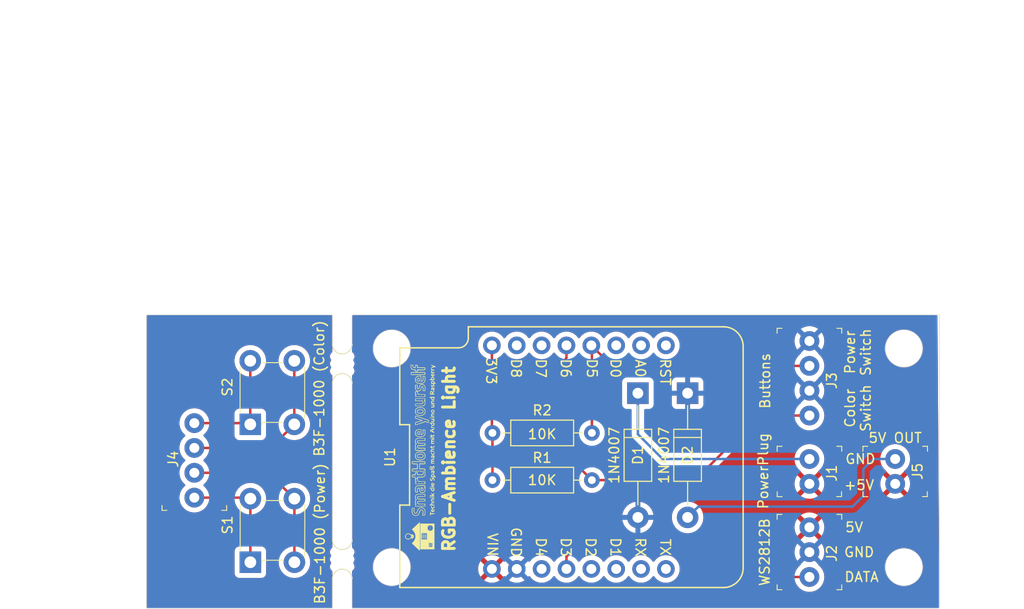
<source format=kicad_pcb>
(kicad_pcb (version 20241229) (generator "pcbnew") (generator_version "9.0")
  (layers (0 "F.Cu" signal) (2 "B.Cu" signal) (13 "F.Paste" user) (15 "B.Paste" user) (5 "F.SilkS" user "F.Silkscreen") (7 "B.SilkS" user "B.Silkscreen") (1 "F.Mask" user) (3 "B.Mask" user) (25 "Edge.Cuts" user))
  (net 0 "")
  (net 1 "GND")
  (net 2 "5V")
  (net 3 "LED-Data")
  (net 4 "BTN-Power")
  (net 5 "BTN-Color")
  (net 6 "3V3")
  (net 7 "Net-(U1-Pad7)")
  (net 8 "Net-(U1-Pad6)")
  (net 9 "Net-(U1-Pad11)")
  (net 10 "Net-(U1-Pad13)")
  (net 11 "Net-(U1-Pad3)")
  (net 12 "Net-(U1-Pad14)")
  (net 13 "Net-(U1-Pad2)")
  (net 14 "Net-(U1-Pad15)")
  (net 15 "Net-(U1-Pad1)")
  (net 16 "Net-(U1-Pad16)")
  (net 17 "Net-(J4-Pad1)")
  (net 18 "Net-(J4-Pad2)")
  (net 19 "Net-(J4-Pad3)")
  (net 20 "Net-(J4-Pad4)")
  (net 21 "Net-(D1-Pad1)")
  (net 22 "Net-(D2-Pad2)")
  (footprint "digikey-footprints:PinHeader_1x2_P2.54mm_Drill1.02mm" (layer "F.Cu") (at 157.734 94.742 -90)
    (property "Reference" "J1" (at 1.45 -2.286 90) (layer "F.SilkS"))
    (property "Value" "PowerPlug" (at 1.23 4.72 90) (layer "F.SilkS"))
    (pad "1" thru_hole circle (at 0 0 270) (size 2.02 2.02) (drill 1.02) (layers "*.Cu" "*.Mask") (net 21 "Net-(D1-Pad1)"))
    (pad "2" thru_hole circle (at 2.54 0 270) (size 2.02 2.02) (drill 1.02) (layers "*.Cu" "*.Mask") (net 2 "5V"))
  )
  (footprint "digikey-footprints:PinHeader_1x3_P2.54mm_Drill1.02mm" (layer "F.Cu") (at 157.734 106.807 90)
    (property "Reference" "J2" (at 2.413 2.286 90) (layer "F.SilkS"))
    (property "Value" "WS2812B" (at 2.54 -4.572 90) (layer "F.SilkS"))
    (pad "1" thru_hole circle (at 0 0 90) (size 2.02 2.02) (drill 1.02) (layers "*.Cu" "*.Mask") (net 3 "LED-Data"))
    (pad "2" thru_hole circle (at 2.54 0 90) (size 2.02 2.02) (drill 1.02) (layers "*.Cu" "*.Mask") (net 1 "GND"))
    (pad "3" thru_hole circle (at 5.08 0 90) (size 2.02 2.02) (drill 1.02) (layers "*.Cu" "*.Mask") (net 2 "5V"))
  )
  (footprint "digikey-footprints:PinHeader_1x4_P2.54mm_Drill1.02mm" (layer "F.Cu") (at 157.734 82.677 -90)
    (property "Reference" "J3" (at 4.064 -2.286 90) (layer "F.SilkS"))
    (property "Value" "Buttons" (at 4.08 4.52 90) (layer "F.SilkS"))
    (pad "1" thru_hole circle (at 0 0 270) (size 2.02 2.02) (drill 1.02) (layers "*.Cu" "*.Mask") (net 1 "GND"))
    (pad "2" thru_hole circle (at 2.54 0 270) (size 2.02 2.02) (drill 1.02) (layers "*.Cu" "*.Mask") (net 4 "BTN-Power"))
    (pad "3" thru_hole circle (at 5.08 0 270) (size 2.02 2.02) (drill 1.02) (layers "*.Cu" "*.Mask") (net 1 "GND"))
    (pad "4" thru_hole circle (at 7.62 0 270) (size 2.02 2.02) (drill 1.02) (layers "*.Cu" "*.Mask") (net 5 "BTN-Color"))
  )
  (footprint "Resistors_THT:R_Axial_DIN0207_L6.3mm_D2.5mm_P10.16mm_Horizontal" (layer "F.Cu") (at 135.509 96.901 180)
    (property "Reference" "R1" (at 5.08 2.286 0) (layer "F.SilkS"))
    (property "Value" "10K")
    (pad "1" thru_hole circle (at 0 0 180) (size 1.6 1.6) (drill 0.8) (layers "*.Cu" "*.Mask") (net 5 "BTN-Color"))
    (pad "2" thru_hole oval (at 10.16 0 180) (size 1.6 1.6) (drill 0.8) (layers "*.Cu" "*.Mask") (net 6 "3V3"))
  )
  (footprint "Resistors_THT:R_Axial_DIN0207_L6.3mm_D2.5mm_P10.16mm_Horizontal" (layer "F.Cu") (at 125.349 92.075)
    (property "Reference" "R2" (at 5.08 -2.31 0) (layer "F.SilkS"))
    (property "Value" "10K")
    (pad "1" thru_hole circle (at 0 0) (size 1.6 1.6) (drill 0.8) (layers "*.Cu" "*.Mask") (net 6 "3V3"))
    (pad "2" thru_hole oval (at 10.16 0) (size 1.6 1.6) (drill 0.8) (layers "*.Cu" "*.Mask") (net 4 "BTN-Power"))
  )
  (footprint "Diodes_THT:D_DO-41_SOD81_P12.70mm_Horizontal" (layer "F.Cu") (at 145.288 88.011 -90)
    (property "Reference" "D2" (at 6.35 0 90) (layer "F.SilkS"))
    (property "Value" "1N4007")
    (pad "1" thru_hole rect (at 0 0 270) (size 2.2 2.2) (drill 1.1) (layers "*.Cu" "*.Mask") (net 1 "GND"))
    (pad "2" thru_hole oval (at 12.7 0 270) (size 2.2 2.2) (drill 1.1) (layers "*.Cu" "*.Mask") (net 22 "Net-(D2-Pad2)"))
  )
  (footprint "digikey-footprints:PinHeader_1x2_P2.54mm_Drill1.02mm" (layer "F.Cu") (at 166.497 94.742 -90)
    (property "Reference" "J5" (at 1.27 -2.286 90) (layer "F.SilkS"))
    (property "Value" "PowerOut")
    (pad "1" thru_hole circle (at 0 0 270) (size 2.02 2.02) (drill 1.02) (layers "*.Cu" "*.Mask") (net 22 "Net-(D2-Pad2)"))
    (pad "2" thru_hole circle (at 2.54 0 270) (size 2.02 2.02) (drill 1.02) (layers "*.Cu" "*.Mask") (net 2 "5V"))
  )
  (footprint "Diodes_THT:D_DO-41_SOD81_P12.70mm_Horizontal" (layer "F.Cu") (at 140.208 88.011 -90)
    (property "Reference" "D1" (at 6.35 0 90) (layer "F.SilkS"))
    (property "Value" "1N4007")
    (pad "1" thru_hole rect (at 0 0 270) (size 2.2 2.2) (drill 1.1) (layers "*.Cu" "*.Mask") (net 21 "Net-(D1-Pad1)"))
    (pad "2" thru_hole oval (at 12.7 0 270) (size 2.2 2.2) (drill 1.1) (layers "*.Cu" "*.Mask") (net 1 "GND"))
  )
  (footprint "wemos-d1-mini:wemos-d1-mini-with-pin-header-and-connector" (layer "F.Cu") (at 134.182001 94.553025)
    (property "Reference" "U1" (at -19.3 0 90) (layer "F.SilkS"))
    (property "Value" "WeMos_D1_mini")
    (pad "1" thru_hole circle (at 8.89 -11.43) (size 1.8 1.8) (drill 1.016) (layers "*.Cu" "*.Mask") (net 15 "Net-(U1-Pad1)"))
    (pad "2" thru_hole circle (at 6.35 -11.43) (size 1.8 1.8) (drill 1.016) (layers "*.Cu" "*.Mask") (net 13 "Net-(U1-Pad2)"))
    (pad "3" thru_hole circle (at 3.81 -11.43) (size 1.8 1.8) (drill 1.016) (layers "*.Cu" "*.Mask") (net 11 "Net-(U1-Pad3)"))
    (pad "4" thru_hole circle (at 1.27 -11.43) (size 1.8 1.8) (drill 1.016) (layers "*.Cu" "*.Mask") (net 4 "BTN-Power"))
    (pad "5" thru_hole circle (at -1.27 -11.43) (size 1.8 1.8) (drill 1.016) (layers "*.Cu" "*.Mask") (net 5 "BTN-Color"))
    (pad "6" thru_hole circle (at -3.81 -11.43 90) (size 1.8 1.8) (drill 1.016) (layers "*.Cu" "*.Mask") (net 8 "Net-(U1-Pad6)"))
    (pad "7" thru_hole circle (at -6.35 -11.43) (size 1.8 1.8) (drill 1.016) (layers "*.Cu" "*.Mask") (net 7 "Net-(U1-Pad7)"))
    (pad "8" thru_hole circle (at -8.89 -11.43) (size 1.8 1.8) (drill 1.016) (layers "*.Cu" "*.Mask") (net 6 "3V3"))
    (pad "9" thru_hole circle (at -8.89 11.43) (size 1.8 1.8) (drill 1.016) (layers "*.Cu" "*.Mask") (net 2 "5V"))
    (pad "10" thru_hole circle (at -6.35 11.43) (size 1.8 1.8) (drill 1.016) (layers "*.Cu" "*.Mask") (net 1 "GND"))
    (pad "11" thru_hole circle (at -3.81 11.43) (size 1.8 1.8) (drill 1.016) (layers "*.Cu" "*.Mask") (net 9 "Net-(U1-Pad11)"))
    (pad "12" thru_hole circle (at -1.27 11.43) (size 1.8 1.8) (drill 1.016) (layers "*.Cu" "*.Mask") (net 3 "LED-Data"))
    (pad "13" thru_hole circle (at 1.27 11.43) (size 1.8 1.8) (drill 1.016) (layers "*.Cu" "*.Mask") (net 10 "Net-(U1-Pad13)"))
    (pad "14" thru_hole circle (at 3.81 11.43) (size 1.8 1.8) (drill 1.016) (layers "*.Cu" "*.Mask") (net 12 "Net-(U1-Pad14)"))
    (pad "15" thru_hole circle (at 6.35 11.43) (size 1.8 1.8) (drill 1.016) (layers "*.Cu" "*.Mask") (net 14 "Net-(U1-Pad15)"))
    (pad "16" thru_hole circle (at 8.89 11.43) (size 1.8 1.8) (drill 1.016) (layers "*.Cu" "*.Mask") (net 16 "Net-(U1-Pad16)"))
  )
  (footprint "OWN_GRAPHICS:shys_logo_1200dpi" (layer "F.Cu") (at 117.983 94.615 90)
    (property "Reference" "G***" (hide yes))
    (property "Value" "LOGO" (hide yes))
  )
  (footprint "Mousebites:mouse-bite-2mm-slot" (layer "F.Cu") (at 110 85 90)
    (property "Reference" "mouse-bite-2mm-slot" (hide yes))
    (property "Value" "VAL**" (hide yes))
    (pad "" np_thru_hole circle (at -0.75 -0.75 90) (size 0.5 0.5) (drill 0.5) (layers "*.Cu" "*.Mask"))
    (pad "" np_thru_hole circle (at -0.75 0.75 90) (size 0.5 0.5) (drill 0.5) (layers "*.Cu" "*.Mask"))
    (pad "" np_thru_hole circle (at 0 -0.75 90) (size 0.5 0.5) (drill 0.5) (layers "*.Cu" "*.Mask"))
    (pad "" np_thru_hole circle (at 0 0.75 90) (size 0.5 0.5) (drill 0.5) (layers "*.Cu" "*.Mask"))
    (pad "" np_thru_hole circle (at 0.75 -0.75 90) (size 0.5 0.5) (drill 0.5) (layers "*.Cu" "*.Mask"))
    (pad "" np_thru_hole circle (at 0.75 0.75 90) (size 0.5 0.5) (drill 0.5) (layers "*.Cu" "*.Mask"))
  )
  (footprint "Mousebites:mouse-bite-2mm-slot" (layer "F.Cu") (at 110 105 90)
    (property "Reference" "mouse-bite-2mm-slot" (hide yes))
    (property "Value" "VAL**" (hide yes))
    (pad "" np_thru_hole circle (at -0.75 -0.75 90) (size 0.5 0.5) (drill 0.5) (layers "*.Cu" "*.Mask"))
    (pad "" np_thru_hole circle (at -0.75 0.75 90) (size 0.5 0.5) (drill 0.5) (layers "*.Cu" "*.Mask"))
    (pad "" np_thru_hole circle (at 0 -0.75 90) (size 0.5 0.5) (drill 0.5) (layers "*.Cu" "*.Mask"))
    (pad "" np_thru_hole circle (at 0 0.75 90) (size 0.5 0.5) (drill 0.5) (layers "*.Cu" "*.Mask"))
    (pad "" np_thru_hole circle (at 0.75 -0.75 90) (size 0.5 0.5) (drill 0.5) (layers "*.Cu" "*.Mask"))
    (pad "" np_thru_hole circle (at 0.75 0.75 90) (size 0.5 0.5) (drill 0.5) (layers "*.Cu" "*.Mask"))
  )
  (footprint "digikey-footprints:PinHeader_1x4_P2.54mm_Drill1.02mm" (layer "F.Cu") (at 94.889 98.6917 90)
    (property "Reference" "J4" (at 3.937 -2.159 90) (layer "F.SilkS"))
    (property "Value" "Buttons")
    (pad "1" thru_hole circle (at 0 0 90) (size 2.02 2.02) (drill 1.02) (layers "*.Cu" "*.Mask") (net 17 "Net-(J4-Pad1)"))
    (pad "2" thru_hole circle (at 2.54 0 90) (size 2.02 2.02) (drill 1.02) (layers "*.Cu" "*.Mask") (net 18 "Net-(J4-Pad2)"))
    (pad "3" thru_hole circle (at 5.08 0 90) (size 2.02 2.02) (drill 1.02) (layers "*.Cu" "*.Mask") (net 19 "Net-(J4-Pad3)"))
    (pad "4" thru_hole circle (at 7.62 0 90) (size 2.02 2.02) (drill 1.02) (layers "*.Cu" "*.Mask") (net 20 "Net-(J4-Pad4)"))
  )
  (footprint "digikey-footprints:Switch_Tactile_THT_6x6mm" (layer "F.Cu") (at 100.604 91.1987 90)
    (property "Reference" "S2" (at 3.81 -2.3368 90) (layer "F.SilkS"))
    (property "Value" "B3F-1000 (Color)" (at 3.6703 7.0529 90) (layer "F.SilkS"))
    (pad "1" thru_hole rect (at 0 0 90) (size 2.2 2.2) (drill 1.2) (layers "*.Cu" "*.Mask") (net 20 "Net-(J4-Pad4)"))
    (pad "2" thru_hole circle (at 6.5 0 90) (size 2.2 2.2) (drill 1.2) (layers "*.Cu" "*.Mask") (net 20 "Net-(J4-Pad4)"))
    (pad "3" thru_hole circle (at 0 4.5 90) (size 2.2 2.2) (drill 1.2) (layers "*.Cu" "*.Mask") (net 19 "Net-(J4-Pad3)"))
    (pad "4" thru_hole circle (at 6.5 4.5 90) (size 2.2 2.2) (drill 1.2) (layers "*.Cu" "*.Mask") (net 19 "Net-(J4-Pad3)"))
  )
  (footprint "digikey-footprints:Switch_Tactile_THT_6x6mm" (layer "F.Cu") (at 100.614401 105.2957 90)
    (property "Reference" "S1" (at 3.81 -2.3368 90) (layer "F.SilkS"))
    (property "Value" "B3F-1000 (Power)" (at 2.917199 7.101599 90) (layer "F.SilkS"))
    (pad "1" thru_hole rect (at 0 0 90) (size 2.2 2.2) (drill 1.2) (layers "*.Cu" "*.Mask") (net 17 "Net-(J4-Pad1)"))
    (pad "2" thru_hole circle (at 6.5 0 90) (size 2.2 2.2) (drill 1.2) (layers "*.Cu" "*.Mask") (net 17 "Net-(J4-Pad1)"))
    (pad "3" thru_hole circle (at 0 4.5 90) (size 2.2 2.2) (drill 1.2) (layers "*.Cu" "*.Mask") (net 18 "Net-(J4-Pad2)"))
    (pad "4" thru_hole circle (at 6.5 4.5 90) (size 2.2 2.2) (drill 1.2) (layers "*.Cu" "*.Mask") (net 18 "Net-(J4-Pad2)"))
  )
  (gr_circle (center 115.062 105.791) (end 116.967 105.664) (stroke (width 0.05)) (fill no) (layer "Edge.Cuts"))
  (gr_circle (center 167.386 105.791) (end 169.291 105.664) (stroke (width 0.05)) (fill no) (layer "Edge.Cuts"))
  (gr_circle (center 167.386 83.439) (end 169.291 83.312) (stroke (width 0.05)) (fill no) (layer "Edge.Cuts"))
  (gr_line (start 171 110) (end 171 80) (stroke (width 0.05)) (layer "Edge.Cuts"))
  (gr_line (start 90 80) (end 109 80) (stroke (width 0.05)) (layer "Edge.Cuts"))
  (gr_line (start 90 110) (end 90 80) (stroke (width 0.05)) (layer "Edge.Cuts"))
  (gr_line (start 109 110) (end 90 110) (stroke (width 0.05)) (layer "Edge.Cuts"))
  (gr_line (start 109 80) (end 109 83) (stroke (width 0.05)) (layer "Edge.Cuts"))
  (gr_line (start 111 83) (end 111 80) (stroke (width 0.05)) (layer "Edge.Cuts"))
  (gr_line (start 111 87) (end 111 103) (stroke (width 0.05)) (layer "Edge.Cuts"))
  (gr_line (start 111 107) (end 111 110) (stroke (width 0.05)) (layer "Edge.Cuts"))
  (gr_line (start 109 110) (end 109 107) (stroke (width 0.05)) (layer "Edge.Cuts"))
  (gr_line (start 109 103) (end 109 87) (stroke (width 0.05)) (layer "Edge.Cuts"))
  (gr_line (start 171 80) (end 111 80) (stroke (width 0.05)) (layer "Edge.Cuts"))
  (gr_arc (start 111 83) (mid 110 84) (end 109 83) (stroke (width 0.05)) (layer "Edge.Cuts"))
  (gr_line (start 111 110) (end 171 110) (stroke (width 0.05)) (layer "Edge.Cuts"))
  (gr_arc (start 109 87) (mid 110 86) (end 111 87) (stroke (width 0.05)) (layer "Edge.Cuts"))
  (gr_circle (center 115.062 83.439) (end 116.967 83.312) (stroke (width 0.05)) (fill no) (layer "Edge.Cuts"))
  (gr_arc (start 109 107) (mid 110 106) (end 111 107) (stroke (width 0.05)) (layer "Edge.Cuts"))
  (gr_arc (start 111 103) (mid 110 104) (end 109 103) (stroke (width 0.05)) (layer "Edge.Cuts"))
  (gr_text "GND" (at 162.814 104.267 0) (layer "F.SilkS") (effects (font (size 1 1))))
  (gr_text "Color\nSwitch" (at 162.687 89.535 90) (layer "F.SilkS") (effects (font (size 1 1))))
  (gr_text "D2" (at 135.382 103.759 270) (layer "F.SilkS") (effects (font (size 1 1))))
  (gr_text "Power\nSwitch" (at 162.687 83.82 90) (layer "F.SilkS") (effects (font (size 1 1))))
  (gr_text "D0" (at 137.922 85.471 270) (layer "F.SilkS") (effects (font (size 1 1))))
  (gr_text "TX" (at 143.002 103.759 270) (layer "F.SilkS") (effects (font (size 1 1))))
  (gr_text "5V" (at 162.306 101.727 0) (layer "F.SilkS") (effects (font (size 1 1))))
  (gr_text "RST" (at 143.002 85.852 270) (layer "F.SilkS") (effects (font (size 1 1))))
  (gr_text "10K" (at 130.429 96.901 0) (layer "F.SilkS") (effects (font (size 1 1))))
  (gr_text "D3" (at 132.842 103.759 270) (layer "F.SilkS") (effects (font (size 1 1))))
  (gr_text "RX" (at 140.462 103.759 270) (layer "F.SilkS") (effects (font (size 1 1))))
  (gr_text "D1" (at 137.922 103.759 270) (layer "F.SilkS") (effects (font (size 1 1))))
  (gr_text "D7" (at 130.302 85.471 270) (layer "F.SilkS") (effects (font (size 1 1))))
  (gr_text "+5V" (at 162.814 97.409 0) (layer "F.SilkS") (effects (font (size 1 1))))
  (gr_text "5V OUT" (at 166.497 92.583 0) (layer "F.SilkS") (effects (font (size 1 1))))
  (gr_text "3V3" (at 125.222 85.725 270) (layer "F.SilkS") (effects (font (size 1 1))))
  (gr_text "RGB-Ambience Light" (at 120.904 94.742 90) (layer "F.SilkS") (effects (font (size 1.2 1.2) (thickness 0.3))))
  (gr_text "VIN" (at 125.349 103.505 270) (layer "F.SilkS") (effects (font (size 1 1))))
  (gr_text "D6" (at 132.842 85.471 270) (layer "F.SilkS") (effects (font (size 1 1))))
  (gr_text "1N4007" (at 142.875 94.361 90) (layer "F.SilkS") (effects (font (size 1 1))))
  (gr_text "GND" (at 127.762 103.251 270) (layer "F.SilkS") (effects (font (size 1 1))))
  (gr_text "D4" (at 130.302 103.759 270) (layer "F.SilkS") (effects (font (size 1 1))))
  (gr_text "GND" (at 162.941 94.742 0) (layer "F.SilkS") (effects (font (size 1 1))))
  (gr_text "D8" (at 127.762 85.471 270) (layer "F.SilkS") (effects (font (size 1 1))))
  (gr_text "A0" (at 140.462 85.471 270) (layer "F.SilkS") (effects (font (size 1 1))))
  (gr_text "10K" (at 130.429 92.202 0) (layer "F.SilkS") (effects (font (size 1 1))))
  (gr_text "DATA" (at 163.068 106.807 0) (layer "F.SilkS") (effects (font (size 1 1))))
  (gr_text "D5" (at 135.509 85.471 270) (layer "F.SilkS") (effects (font (size 1 1))))
  (gr_text "1N4007" (at 137.795 94.361 90) (layer "F.SilkS") (effects (font (size 1 1))))
  (segment (start 127.889 105.926026) (end 127.832001 105.983025) (width 0.25) (layer "F.Cu") (net 1))
  (segment (start 145.288 88.011) (end 145.288 89.361) (width 0.25) (layer "B.Cu") (net 1))
  (segment (start 150.368 106.807) (end 157.734 106.807) (width 0.25) (layer "F.Cu") (net 3))
  (segment (start 132.912001 105.983025) (end 132.912001 104.710233) (width 0.25) (layer "F.Cu") (net 3))
  (segment (start 146.431 102.87) (end 150.368 106.807) (width 0.25) (layer "F.Cu") (net 3))
  (segment (start 134.752234 102.87) (end 146.431 102.87) (width 0.25) (layer "F.Cu") (net 3))
  (segment (start 132.912001 104.710233) (end 134.752234 102.87) (width 0.25) (layer "F.Cu") (net 3))
  (segment (start 135.509 92.075) (end 135.509 83.180024) (width 0.25) (layer "F.Cu") (net 4))
  (segment (start 137.545976 85.217) (end 157.734 85.217) (width 0.25) (layer "F.Cu") (net 4))
  (segment (start 135.452001 83.123025) (end 137.545976 85.217) (width 0.25) (layer "F.Cu") (net 4))
  (segment (start 135.509 83.180024) (end 135.452001 83.123025) (width 0.25) (layer "F.Cu") (net 4))
  (segment (start 134.709001 96.101001) (end 135.509 96.901) (width 0.25) (layer "F.Cu") (net 5))
  (segment (start 152.654 90.297) (end 157.734 90.297) (width 0.25) (layer "F.Cu") (net 5))
  (segment (start 132.912001 84.395817) (end 132.842 84.465818) (width 0.25) (layer "F.Cu") (net 5))
  (segment (start 146.05 96.901) (end 152.654 90.297) (width 0.25) (layer "F.Cu") (net 5))
  (segment (start 132.912001 83.123025) (end 132.912001 84.395817) (width 0.25) (layer "F.Cu") (net 5))
  (segment (start 132.842 94.234) (end 134.709001 96.101001) (width 0.25) (layer "F.Cu") (net 5))
  (segment (start 135.509 96.901) (end 146.05 96.901) (width 0.25) (layer "F.Cu") (net 5))
  (segment (start 132.842 84.465818) (end 132.842 94.234) (width 0.25) (layer "F.Cu") (net 5))
  (segment (start 125.292001 83.123025) (end 125.292001 92.018001) (width 0.25) (layer "F.Cu") (net 6))
  (segment (start 125.349 92.075) (end 125.349 93.20637) (width 0.25) (layer "F.Cu") (net 6))
  (segment (start 125.292001 92.018001) (end 125.349 92.075) (width 0.25) (layer "F.Cu") (net 6))
  (segment (start 125.349 93.20637) (end 125.349 96.901) (width 0.25) (layer "F.Cu") (net 6))
  (segment (start 100.614401 100.351334) (end 100.614401 105.2957) (width 0.25) (layer "F.Cu") (net 17))
  (segment (start 94.889 98.6917) (end 100.510401 98.6917) (width 0.25) (layer "F.Cu") (net 17))
  (segment (start 100.387202 98.6917) (end 100.614401 98.918899) (width 0.25) (layer "F.Cu") (net 17))
  (segment (start 100.510401 98.6917) (end 100.614401 98.7957) (width 0.25) (layer "F.Cu") (net 17))
  (segment (start 100.614401 98.7957) (end 100.614401 100.351334) (width 0.25) (layer "F.Cu") (net 17))
  (segment (start 94.889 96.1517) (end 102.470401 96.1517) (width 0.25) (layer "F.Cu") (net 18))
  (segment (start 102.470401 96.1517) (end 105.114401 98.7957) (width 0.25) (layer "F.Cu") (net 18))
  (segment (start 105.114401 98.7957) (end 105.114401 100.351334) (width 0.25) (layer "F.Cu") (net 18))
  (segment (start 105.114401 100.351334) (end 105.114401 105.2957) (width 0.25) (layer "F.Cu") (net 18))
  (segment (start 94.889 93.6117) (end 102.691 93.6117) (width 0.25) (layer "F.Cu") (net 19))
  (segment (start 105.104 84.6987) (end 105.104 91.1987) (width 0.25) (layer "F.Cu") (net 19))
  (segment (start 102.691 93.6117) (end 105.104 91.1987) (width 0.25) (layer "F.Cu") (net 19))
  (segment (start 100.477 91.0717) (end 100.604 91.1987) (width 0.25) (layer "F.Cu") (net 20))
  (segment (start 100.604 84.6987) (end 100.604 86.254334) (width 0.25) (layer "F.Cu") (net 20))
  (segment (start 94.889 91.0717) (end 100.477 91.0717) (width 0.25) (layer "F.Cu") (net 20))
  (segment (start 100.604 86.254334) (end 100.604 91.1987) (width 0.25) (layer "F.Cu") (net 20))
  (segment (start 100.477 91.1987) (end 100.604 91.0717) (width 0.25) (layer "F.Cu") (net 20))
  (segment (start 140.208 92.208) (end 140.208 88.011) (width 0.25) (layer "B.Cu") (net 21))
  (segment (start 142.742 94.742) (end 140.208 92.208) (width 0.25) (layer "B.Cu") (net 21))
  (segment (start 157.734 94.742) (end 142.742 94.742) (width 0.25) (layer "B.Cu") (net 21))
  (segment (start 163.25 98.5) (end 163.25 95.75) (width 0.25) (layer "B.Cu") (net 22))
  (segment (start 145.288 100.711) (end 146.387999 99.611001) (width 0.25) (layer "B.Cu") (net 22))
  (segment (start 164.258 94.742) (end 166.497 94.742) (width 0.25) (layer "B.Cu") (net 22))
  (segment (start 162.138999 99.611001) (end 163.25 98.5) (width 0.25) (layer "B.Cu") (net 22))
  (segment (start 146.387999 99.611001) (end 162.138999 99.611001) (width 0.25) (layer "B.Cu") (net 22))
  (segment (start 163.25 95.75) (end 164.258 94.742) (width 0.25) (layer "B.Cu") (net 22))
  (zone (net 2) (net_name "5V") (layer "F.Cu") (connect_pads (clearance 0.508)) (min_thickness 0.254) (fill yes (thermal_gap 0.508) (thermal_bridge_width 0.508))
    (polygon (pts (xy 171 110) (xy 110.998 110) (xy 110.998 80.01) (xy 170.815 80.01)))
  )
  (zone (net 0) (net_name "") (layer "F.Cu") (connect_pads (clearance 0.508)) (min_thickness 0.254) (fill yes (thermal_gap 0.508) (thermal_bridge_width 0.508))
    (polygon (pts (xy 108.986 110) (xy 90 110) (xy 90 80.01) (xy 108.986 80.01)))
  )
  (zone (net 1) (net_name "GND") (layer "B.Cu") (connect_pads (clearance 0.508)) (min_thickness 0.254) (fill yes (thermal_gap 0.508) (thermal_bridge_width 0.508))
    (polygon (pts (xy 171 110) (xy 110.998 110) (xy 110.998 80.01) (xy 170.815 80.01)))
  )
  (zone (net 0) (net_name "") (layer "B.Cu") (connect_pads (clearance 0.508)) (min_thickness 0.254) (fill yes (thermal_gap 0.508) (thermal_bridge_width 0.508))
    (polygon (pts (xy 108.986 110) (xy 90 110) (xy 90 80.01) (xy 108.986 80.01)))
  )
)
</source>
